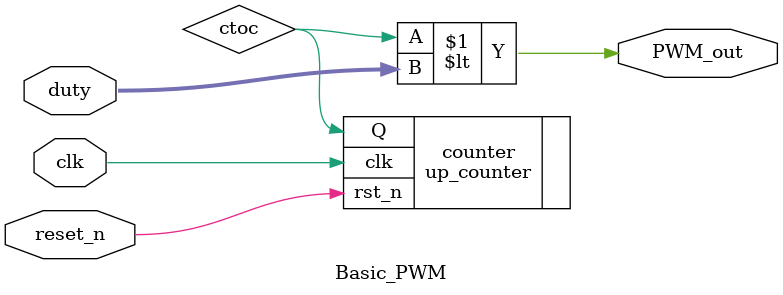
<source format=v>
`timescale 1ns / 1ps


module Basic_PWM #(parameter R=8)(
input clk,
input reset_n,
input [R:0] duty,
output PWM_out
    );
    wire ctoc;
    up_counter counter (
    .clk(clk),
    .rst_n(reset_n),
    .Q(ctoc)
    );
    
    assign PWM_out = (ctoc<duty);
endmodule

</source>
